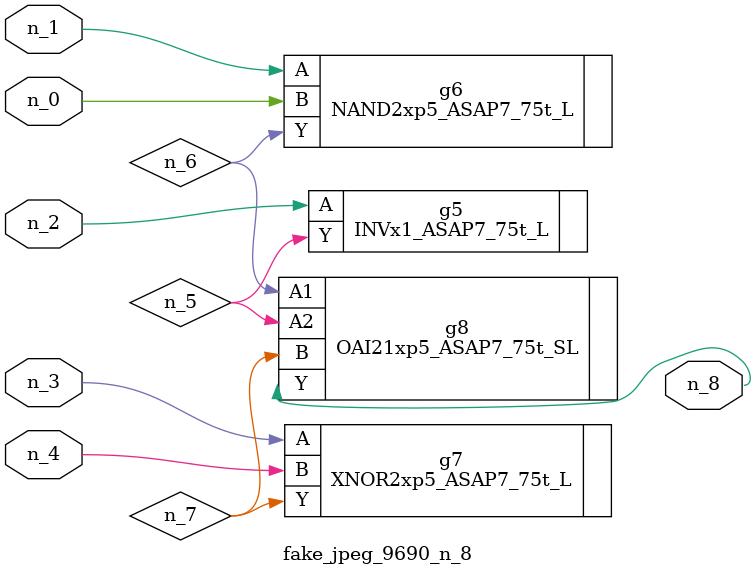
<source format=v>
module fake_jpeg_9690_n_8 (n_3, n_2, n_1, n_0, n_4, n_8);

input n_3;
input n_2;
input n_1;
input n_0;
input n_4;

output n_8;

wire n_6;
wire n_5;
wire n_7;

INVx1_ASAP7_75t_L g5 ( 
.A(n_2),
.Y(n_5)
);

NAND2xp5_ASAP7_75t_L g6 ( 
.A(n_1),
.B(n_0),
.Y(n_6)
);

XNOR2xp5_ASAP7_75t_L g7 ( 
.A(n_3),
.B(n_4),
.Y(n_7)
);

OAI21xp5_ASAP7_75t_SL g8 ( 
.A1(n_6),
.A2(n_5),
.B(n_7),
.Y(n_8)
);


endmodule
</source>
